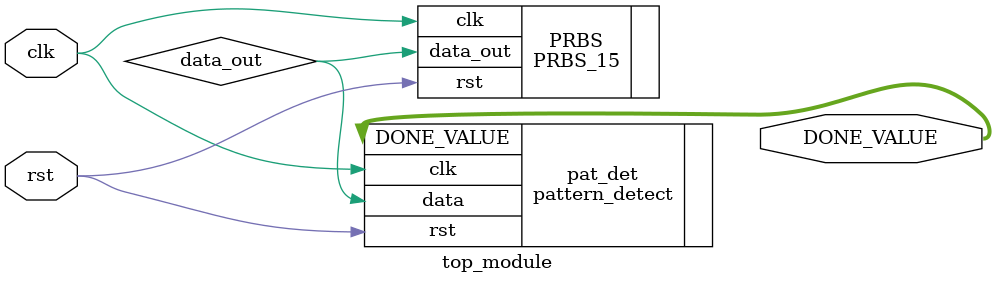
<source format=v>
module top_module ( input clk,rst,
                    output [3:0] DONE_VALUE////outputs E on the fpga leds
                    );
wire data_out;


pattern_detect pat_det ( .clk(clk),.rst(rst),.data(data_out),.DONE_VALUE(DONE_VALUE));
PRBS_15 PRBS( .clk(clk),.rst(rst),.data_out(data_out));

endmodule
</source>
